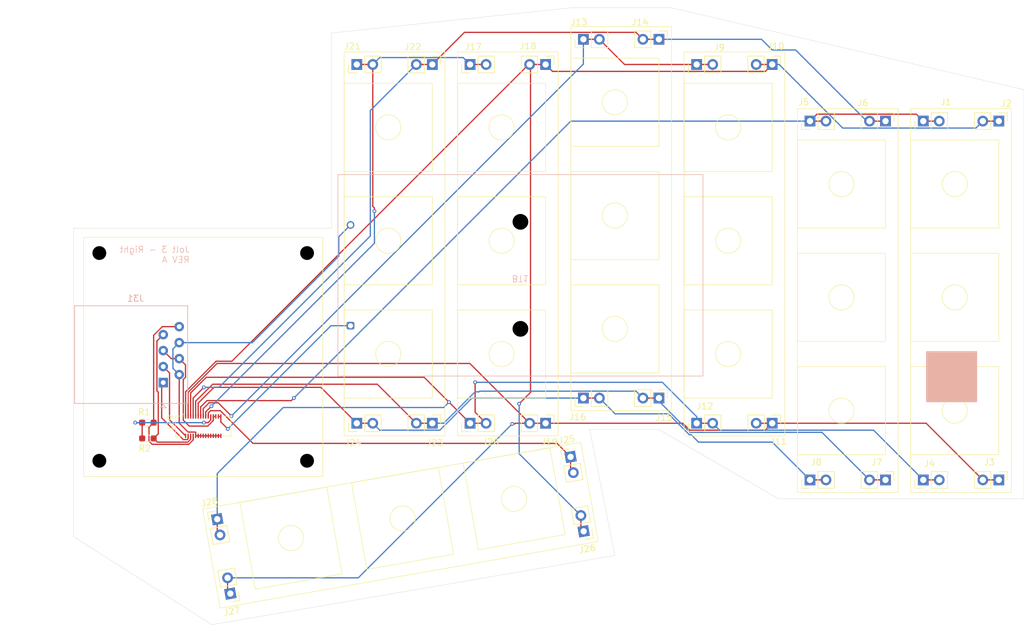
<source format=kicad_pcb>
(kicad_pcb (version 20240108) (generator "pcbnew") (generator_version "8.0")
  (layers (0 "F.Cu" signal) (31 "B.Cu" signal) (34 "B.Paste" user) (35 "F.Paste" user) (36 "B.SilkS" user "B.Silkscreen") (37 "F.SilkS" user "F.Silkscreen") (38 "B.Mask" user) (39 "F.Mask" user) (44 "Edge.Cuts" user))
  (net 0 "")
  (net 1 "/COL-A")
  (net 2 "/ROW-A")
  (net 3 "/ROW-B")
  (net 4 "/ROW-C")
  (net 5 "/ROW-D")
  (net 6 "/ROW-E")
  (net 7 "/ROW-F")
  (net 8 "/COL-B")
  (net 9 "/COL-C")
  (net 10 "/COL-D")
  (net 11 "VBUS")
  (net 12 "/SER-TX")
  (net 13 "Net-(BT1-+)")
  (net 14 "GND")
  (net 15 "/SCL")
  (net 16 "/SDA")
  (net 17 "/SER-RX")
  (net 18 "+3.3V")
  (footprint "Resistor_SMD:R_0603_1608Metric_Pad0.98x0.95mm_HandSolder" (layer "F.Cu") (at 25.8125 135.41)
    (property "Reference" "R2" (at -0.4875 1.6 0) (layer "F.SilkS"))
    (property "Value" "4.7k")
    (pad "1" smd roundrect (at -0.9125 0) (size 0.975 0.95) (layers "F.Cu" "F.Paste" "F.Mask") (net 18 "+3.3V"))
    (pad "2" smd roundrect (at 0.9125 0) (size 0.975 0.95) (layers "F.Cu" "F.Paste" "F.Mask") (net 15 "/SCL"))
  )
  (footprint "Connector_PinHeader_2.54mm:PinHeader_1x02_P2.54mm_Vertical" (layer "F.Cu") (at 95 72 90)
    (property "Reference" "J13" (at 2.7 -0.7 180) (layer "F.SilkS"))
    (property "Value" "Conn_01x02_Pin")
    (pad "1" thru_hole rect (at 0 0 90) (size 1.7 1.7) (drill 1) (layers "*.Cu" "*.Mask") (net 8 "/COL-B"))
    (pad "2" thru_hole oval (at 0 2.54 90) (size 1.7 1.7) (drill 1) (layers "*.Cu" "*.Mask") (net 8 "/COL-B"))
  )
  (footprint "Connector_PinHeader_2.54mm:PinHeader_1x02_P2.54mm_Vertical" (layer "F.Cu") (at 77 133 90)
    (property "Reference" "J20" (at -3 3.3 180) (layer "F.SilkS"))
    (property "Value" "Conn_01x02_Pin")
    (pad "1" thru_hole rect (at 0 0 90) (size 1.7 1.7) (drill 1) (layers "*.Cu" "*.Mask") (net 4 "/ROW-C"))
    (pad "2" thru_hole oval (at 0 2.54 90) (size 1.7 1.7) (drill 1) (layers "*.Cu" "*.Mask") (net 4 "/ROW-C"))
  )
  (footprint "Resistor_SMD:R_0603_1608Metric_Pad0.98x0.95mm_HandSolder" (layer "F.Cu") (at 25.8125 132.9)
    (property "Reference" "R1" (at -0.5875 -1.69 0) (layer "F.SilkS"))
    (property "Value" "4.7k")
    (pad "1" smd roundrect (at -0.9125 0) (size 0.975 0.95) (layers "F.Cu" "F.Paste" "F.Mask") (net 18 "+3.3V"))
    (pad "2" smd roundrect (at 0.9125 0) (size 0.975 0.95) (layers "F.Cu" "F.Paste" "F.Mask") (net 16 "/SDA"))
  )
  (footprint "Connector_PinHeader_2.54mm:PinHeader_1x02_P2.54mm_Vertical" (layer "F.Cu") (at 125 76 -90)
    (property "Reference" "J10" (at -2.9 -0.6 180) (layer "F.SilkS"))
    (property "Value" "Conn_01x02_Pin")
    (pad "1" thru_hole rect (at 0 0 270) (size 1.7 1.7) (drill 1) (layers "*.Cu" "*.Mask") (net 2 "/ROW-A"))
    (pad "2" thru_hole oval (at 0 2.54 270) (size 1.7 1.7) (drill 1) (layers "*.Cu" "*.Mask") (net 2 "/ROW-A"))
  )
  (footprint "Connector_PinHeader_2.54mm:PinHeader_1x02_P2.54mm_Vertical" (layer "F.Cu") (at 92.961334 138.342742 10)
    (property "Reference" "J25" (at -0.135557 -2.779198 10) (layer "F.SilkS"))
    (property "Value" "Conn_01x02_Pin")
    (pad "1" thru_hole rect (at 0 0 10) (size 1.7 1.7) (drill 1) (layers "*.Cu" "*.Mask") (net 10 "/COL-D"))
    (pad "2" thru_hole oval (at 0.000001 2.54 10) (size 1.7 1.7) (drill 1) (layers "*.Cu" "*.Mask") (net 10 "/COL-D"))
  )
  (footprint "Connector_PinHeader_2.54mm:PinHeader_1x02_P2.54mm_Vertical" (layer "F.Cu") (at 131 85 90)
    (property "Reference" "J5" (at 3 -1 180) (layer "F.SilkS"))
    (property "Value" "Conn_01x02_Pin")
    (pad "1" thru_hole rect (at 0 0 90) (size 1.7 1.7) (drill 1) (layers "*.Cu" "*.Mask") (net 1 "/COL-A"))
    (pad "2" thru_hole oval (at 0 2.54 90) (size 1.7 1.7) (drill 1) (layers "*.Cu" "*.Mask") (net 1 "/COL-A"))
  )
  (footprint "Connector_PinHeader_2.54mm:PinHeader_1x02_P2.54mm_Vertical" (layer "F.Cu") (at 149 85 90)
    (property "Reference" "J1" (at 3 3.6 180) (layer "F.SilkS"))
    (property "Value" "Conn_01x02_Pin")
    (pad "1" thru_hole rect (at 0 0 90) (size 1.7 1.7) (drill 1) (layers "*.Cu" "*.Mask") (net 1 "/COL-A"))
    (pad "2" thru_hole oval (at 0 2.54 90) (size 1.7 1.7) (drill 1) (layers "*.Cu" "*.Mask") (net 1 "/COL-A"))
  )
  (footprint "Connector_PinHeader_2.54mm:PinHeader_1x02_P2.54mm_Vertical" (layer "F.Cu") (at 113 133 90)
    (property "Reference" "J12" (at 2.7 1.3 180) (layer "F.SilkS"))
    (property "Value" "Conn_01x02_Pin")
    (pad "1" thru_hole rect (at 0 0 90) (size 1.7 1.7) (drill 1) (layers "*.Cu" "*.Mask") (net 4 "/ROW-C"))
    (pad "2" thru_hole oval (at 0 2.54 90) (size 1.7 1.7) (drill 1) (layers "*.Cu" "*.Mask") (net 4 "/ROW-C"))
  )
  (footprint "Connector_PinHeader_2.54mm:PinHeader_1x02_P2.54mm_Vertical" (layer "F.Cu") (at 161 85 -90)
    (property "Reference" "J2" (at -2.8 -1.2 180) (layer "F.SilkS"))
    (property "Value" "Conn_01x02_Pin")
    (pad "1" thru_hole rect (at 0 0 270) (size 1.7 1.7) (drill 1) (layers "*.Cu" "*.Mask") (net 2 "/ROW-A"))
    (pad "2" thru_hole oval (at 0 2.54 270) (size 1.7 1.7) (drill 1) (layers "*.Cu" "*.Mask") (net 2 "/ROW-A"))
  )
  (footprint "Connector_PinHeader_2.54mm:PinHeader_1x02_P2.54mm_Vertical" (layer "F.Cu") (at 113 76 90)
    (property "Reference" "J9" (at 2.7 3.6 180) (layer "F.SilkS"))
    (property "Value" "Conn_01x02_Pin")
    (pad "1" thru_hole rect (at 0 0 90) (size 1.7 1.7) (drill 1) (layers "*.Cu" "*.Mask") (net 8 "/COL-B"))
    (pad "2" thru_hole oval (at 0 2.54 90) (size 1.7 1.7) (drill 1) (layers "*.Cu" "*.Mask") (net 8 "/COL-B"))
  )
  (footprint "Connector_PinHeader_2.54mm:PinHeader_1x02_P2.54mm_Vertical" (layer "F.Cu") (at 59 76 90)
    (property "Reference" "J21" (at 2.9 -0.7 180) (layer "F.SilkS"))
    (property "Value" "Conn_01x02_Pin")
    (pad "1" thru_hole rect (at 0 0 90) (size 1.7 1.7) (drill 1) (layers "*.Cu" "*.Mask") (net 9 "/COL-C"))
    (pad "2" thru_hole oval (at 0 2.54 90) (size 1.7 1.7) (drill 1) (layers "*.Cu" "*.Mask") (net 9 "/COL-C"))
  )
  (footprint "Connector_PinHeader_2.54mm:PinHeader_1x02_P2.54mm_Vertical" (layer "F.Cu") (at 89 76 -90)
    (property "Reference" "J18" (at -2.9 2.8 180) (layer "F.SilkS"))
    (property "Value" "Conn_01x02_Pin")
    (pad "1" thru_hole rect (at 0 0 270) (size 1.7 1.7) (drill 1) (layers "*.Cu" "*.Mask") (net 2 "/ROW-A"))
    (pad "2" thru_hole oval (at 0 2.54 270) (size 1.7 1.7) (drill 1) (layers "*.Cu" "*.Mask") (net 2 "/ROW-A"))
  )
  (footprint "Connector_PinHeader_2.54mm:PinHeader_1x02_P2.54mm_Vertical" (layer "F.Cu") (at 107 129 -90)
    (property "Reference" "J15" (at 3.1 -0.8 180) (layer "F.SilkS"))
    (property "Value" "Conn_01x02_Pin")
    (pad "1" thru_hole rect (at 0 0 270) (size 1.7 1.7) (drill 1) (layers "*.Cu" "*.Mask") (net 6 "/ROW-E"))
    (pad "2" thru_hole oval (at 0 2.54 270) (size 1.7 1.7) (drill 1) (layers "*.Cu" "*.Mask") (net 6 "/ROW-E"))
  )
  (footprint "Connector_PinHeader_2.54mm:PinHeader_1x02_P2.54mm_Vertical" (layer "F.Cu") (at 38.91107 160.05838 -170)
    (property "Reference" "J27" (at 0.249661 -2.805717 10) (layer "F.SilkS"))
    (property "Value" "Conn_01x02_Pin")
    (pad "1" thru_hole rect (at 0 0 190) (size 1.7 1.7) (drill 1) (layers "*.Cu" "*.Mask") (net 3 "/ROW-B"))
    (pad "2" thru_hole oval (at 0.000001 2.54 190) (size 1.7 1.7) (drill 1) (layers "*.Cu" "*.Mask") (net 3 "/ROW-B"))
  )
  (footprint "Connector_PinHeader_2.54mm:PinHeader_1x02_P2.54mm_Vertical" (layer "F.Cu") (at 95.045112 150.160435 -170)
    (property "Reference" "J26" (at -0.091546 -2.84918 10) (layer "F.SilkS"))
    (property "Value" "Conn_01x02_Pin")
    (pad "1" thru_hole rect (at 0 0 190) (size 1.7 1.7) (drill 1) (layers "*.Cu" "*.Mask") (net 2 "/ROW-A"))
    (pad "2" thru_hole oval (at 0.000001 2.54 190) (size 1.7 1.7) (drill 1) (layers "*.Cu" "*.Mask") (net 2 "/ROW-A"))
  )
  (footprint "Connector_PinHeader_2.54mm:PinHeader_1x02_P2.54mm_Vertical" (layer "F.Cu") (at 77 76 90)
    (property "Reference" "J17" (at 2.8 0.5 180) (layer "F.SilkS"))
    (property "Value" "Conn_01x02_Pin")
    (pad "1" thru_hole rect (at 0 0 90) (size 1.7 1.7) (drill 1) (layers "*.Cu" "*.Mask") (net 9 "/COL-C"))
    (pad "2" thru_hole oval (at 0 2.54 90) (size 1.7 1.7) (drill 1) (layers "*.Cu" "*.Mask") (net 9 "/COL-C"))
  )
  (footprint "Connector_PinHeader_2.54mm:PinHeader_1x02_P2.54mm_Vertical" (layer "F.Cu") (at 143 142 -90)
    (property "Reference" "J7" (at -2.8 1.4 180) (layer "F.SilkS"))
    (property "Value" "Conn_01x02_Pin")
    (pad "1" thru_hole rect (at 0 0 270) (size 1.7 1.7) (drill 1) (layers "*.Cu" "*.Mask") (net 6 "/ROW-E"))
    (pad "2" thru_hole oval (at 0 2.54 270) (size 1.7 1.7) (drill 1) (layers "*.Cu" "*.Mask") (net 6 "/ROW-E"))
  )
  (footprint "Connector_PinHeader_2.54mm:PinHeader_1x02_P2.54mm_Vertical" (layer "F.Cu") (at 71 76 -90)
    (property "Reference" "J22" (at -2.8 3.1 180) (layer "F.SilkS"))
    (property "Value" "Conn_01x02_Pin")
    (pad "1" thru_hole rect (at 0 0 270) (size 1.7 1.7) (drill 1) (layers "*.Cu" "*.Mask") (net 5 "/ROW-D"))
    (pad "2" thru_hole oval (at 0 2.54 270) (size 1.7 1.7) (drill 1) (layers "*.Cu" "*.Mask") (net 5 "/ROW-D"))
  )
  (footprint "Connector_PinHeader_2.54mm:PinHeader_1x02_P2.54mm_Vertical" (layer "F.Cu") (at 125 133 -90)
    (property "Reference" "J11" (at 2.9 -1 180) (layer "F.SilkS"))
    (property "Value" "Conn_01x02_Pin")
    (pad "1" thru_hole rect (at 0 0 270) (size 1.7 1.7) (drill 1) (layers "*.Cu" "*.Mask") (net 3 "/ROW-B"))
    (pad "2" thru_hole oval (at 0 2.54 270) (size 1.7 1.7) (drill 1) (layers "*.Cu" "*.Mask") (net 3 "/ROW-B"))
  )
  (footprint "Connector_PinHeader_2.54mm:PinHeader_1x02_P2.54mm_Vertical" (layer "F.Cu") (at 143 85 -90)
    (property "Reference" "J6" (at -2.9 3.6 180) (layer "F.SilkS"))
    (property "Value" "Conn_01x02_Pin")
    (pad "1" thru_hole rect (at 0 0 270) (size 1.7 1.7) (drill 1) (layers "*.Cu" "*.Mask") (net 5 "/ROW-D"))
    (pad "2" thru_hole oval (at 0 2.54 270) (size 1.7 1.7) (drill 1) (layers "*.Cu" "*.Mask") (net 5 "/ROW-D"))
  )
  (footprint "Connector_PinHeader_2.54mm:PinHeader_1x02_P2.54mm_Vertical" (layer "F.Cu") (at 59 133 90)
    (property "Reference" "J24" (at -3.1 -0.6 180) (layer "F.SilkS"))
    (property "Value" "Conn_01x02_Pin")
    (pad "1" thru_hole rect (at 0 0 90) (size 1.7 1.7) (drill 1) (layers "*.Cu" "*.Mask") (net 7 "/ROW-F"))
    (pad "2" thru_hole oval (at 0 2.54 90) (size 1.7 1.7) (drill 1) (layers "*.Cu" "*.Mask") (net 7 "/ROW-F"))
  )
  (footprint "Connector_PinHeader_2.54mm:PinHeader_1x02_P2.54mm_Vertical" (layer "F.Cu") (at 161 142 -90)
    (property "Reference" "J3" (at -2.8 1.5 180) (layer "F.SilkS"))
    (property "Value" "Conn_01x02_Pin")
    (pad "1" thru_hole rect (at 0 0 270) (size 1.7 1.7) (drill 1) (layers "*.Cu" "*.Mask") (net 3 "/ROW-B"))
    (pad "2" thru_hole oval (at 0 2.54 270) (size 1.7 1.7) (drill 1) (layers "*.Cu" "*.Mask") (net 3 "/ROW-B"))
  )
  (footprint "davidb-keyboard-foot:df40c-2_0-30P-0_4v" (layer "F.Cu") (at 34.6 133.46 90)
    (property "Reference" "J29" (at 0.5 -5.2 90) (layer "F.SilkS") (effects (font (thickness 0.1))))
    (property "Value" "~")
    (pad "" np_thru_hole circle (at -5.5 -16.5 90) (size 2.2 2.2) (drill 2.2) (layers "F.Paste" "F.Mask"))
    (pad "" np_thru_hole circle (at -5.5 16.5 90) (size 2.2 2.2) (drill 2.2) (layers "F.Paste" "F.Mask"))
    (pad "" np_thru_hole circle (at 27.5 -16.5 90) (size 2.2 2.2) (drill 2.2) (layers "F.Paste" "F.Mask"))
    (pad "" np_thru_hole circle (at 27.5 16.5 90) (size 2.2 2.2) (drill 2.2) (layers "F.Paste" "F.Mask"))
    (pad "1" smd rect (at 1.54 -2.8 90) (size 0.7 0.2) (layers "F.Cu" "F.Paste" "F.Mask") (net 2 "/ROW-A"))
    (pad "2" smd rect (at -1.54 -2.8 90) (size 0.7 0.2) (layers "F.Cu" "F.Paste" "F.Mask") (net 17 "/SER-RX"))
    (pad "3" smd rect (at 1.54 -2.4 90) (size 0.7 0.2) (layers "F.Cu" "F.Paste" "F.Mask") (net 3 "/ROW-B"))
    (pad "4" smd rect (at -1.54 -2.4 90) (size 0.7 0.2) (layers "F.Cu" "F.Paste" "F.Mask") (net 12 "/SER-TX"))
    (pad "5" smd rect (at 1.54 -2 90) (size 0.7 0.2) (layers "F.Cu" "F.Paste" "F.Mask") (net 4 "/ROW-C"))
    (pad "6" smd rect (at -1.54 -2 90) (size 0.7 0.2) (layers "F.Cu" "F.Paste" "F.Mask") (net 15 "/SCL"))
    (pad "7" smd rect (at 1.54 -1.6 90) (size 0.7 0.2) (layers "F.Cu" "F.Paste" "F.Mask") (net 5 "/ROW-D"))
    (pad "8" smd rect (at -1.54 -1.6 90) (size 0.7 0.2) (layers "F.Cu" "F.Paste" "F.Mask") (net 16 "/SDA"))
    (pad "9" smd rect (at 1.54 -1.2 90) (size 0.7 0.2) (layers "F.Cu" "F.Paste" "F.Mask") (net 6 "/ROW-E"))
    (pad "10" smd rect (at -1.54 -1.2 90) (size 0.7 0.2) (layers "F.Cu" "F.Paste" "F.Mask") (net 14 "GND"))
    (pad "11" smd rect (at 1.54 -0.8 90) (size 0.7 0.2) (layers "F.Cu" "F.Paste" "F.Mask") (net 7 "/ROW-F"))
    (pad "12" smd rect (at -1.54 -0.8 90) (size 0.7 0.2) (layers "F.Cu" "F.Paste" "F.Mask") (net 14 "GND"))
    (pad "13" smd rect (at 1.54 -0.4 90) (size 0.7 0.2) (layers "F.Cu" "F.Paste" "F.Mask") (net 1 "/COL-A"))
    (pad "14" smd rect (at -1.54 -0.4 90) (size 0.7 0.2) (layers "F.Cu" "F.Paste" "F.Mask") (net 14 "GND"))
    (pad "15" smd rect (at 1.54 0 90) (size 0.7 0.2) (layers "F.Cu" "F.Paste" "F.Mask") (net 8 "/COL-B"))
    (pad "16" smd rect (at -1.54 0 90) (size 0.7 0.2) (layers "F.Cu" "F.Paste" "F.Mask") (net 14 "GND"))
    (pad "17" smd rect (at 1.54 0.4 90) (size 0.7 0.2) (layers "F.Cu" "F.Paste" "F.Mask") (net 9 "/COL-C"))
    (pad "18" smd rect (at -1.54 0.4 90) (size 0.7 0.2) (layers "F.Cu" "F.Paste" "F.Mask") (net 14 "GND"))
    (pad "19" smd rect (at 1.54 0.8 90) (size 0.7 0.2) (layers "F.Cu" "F.Paste" "F.Mask") (net 10 "/COL-D"))
    (pad "20" smd rect (at -1.54 0.8 90) (size 0.7 0.2) (layers "F.Cu" "F.Paste" "F.Mask") (net 14 "GND"))
    (pad "21" smd rect (at 1.54 1.2 90) (size 0.7 0.2) (layers "F.Cu" "F.Paste" "F.Mask") (net 18 "+3.3V"))
    (pad "22" smd rect (at -1.54 1.2 90) (size 0.7 0.2) (layers "F.Cu" "F.Paste" "F.Mask") (net 14 "GND"))
    (pad "23" smd rect (at 1.54 1.6 90) (size 0.7 0.2) (layers "F.Cu" "F.Paste" "F.Mask") (net 11 "VBUS"))
    (pad "24" smd rect (at -1.54 1.6 90) (size 0.7 0.2) (layers "F.Cu" "F.Paste" "F.Mask") (net 14 "GND"))
    (pad "25" smd rect (at 1.54 2 90) (size 0.7 0.2) (layers "F.Cu" "F.Paste" "F.Mask") (net 11 "VBUS"))
    (pad "26" smd rect (at -1.54 2 90) (size 0.7 0.2) (layers "F.Cu" "F.Paste" "F.Mask") (net 14 "GND"))
    (pad "27" smd rect (at 1.54 2.4 90) (size 0.7 0.2) (layers "F.Cu" "F.Paste" "F.Mask") (net 13 "Net-(BT1-+)"))
    (pad "28" smd rect (at -1.54 2.4 90) (size 0.7 0.2) (layers "F.Cu" "F.Paste" "F.Mask") (net 14 "GND"))
    (pad "29" smd rect (at 1.54 2.8 90) (size 0.7 0.2) (layers "F.Cu" "F.Paste" "F.Mask") (net 13 "Net-(BT1-+)"))
    (pad "30" smd rect (at -1.54 2.8 90) (size 0.7 0.2) (layers "F.Cu" "F.Paste" "F.Mask") (net 14 "GND"))
  )
  (footprint "Connector_PinHeader_2.54mm:PinHeader_1x02_P2.54mm_Vertical" (layer "F.Cu") (at 89 133 -90)
    (property "Reference" "J19" (at 3 -0.6 180) (layer "F.SilkS"))
    (property "Value" "Conn_01x02_Pin")
    (pad "1" thru_hole rect (at 0 0 270) (size 1.7 1.7) (drill 1) (layers "*.Cu" "*.Mask") (net 3 "/ROW-B"))
    (pad "2" thru_hole oval (at 0 2.54 270) (size 1.7 1.7) (drill 1) (layers "*.Cu" "*.Mask") (net 3 "/ROW-B"))
  )
  (footprint "Connector_PinHeader_2.54mm:PinHeader_1x02_P2.54mm_Vertical" (layer "F.Cu") (at 95 129 90)
    (property "Reference" "J16" (at -3 -0.9 180) (layer "F.SilkS"))
    (property "Value" "Conn_01x02_Pin")
    (pad "1" thru_hole rect (at 0 0 90) (size 1.7 1.7) (drill 1) (layers "*.Cu" "*.Mask") (net 7 "/ROW-F"))
    (pad "2" thru_hole oval (at 0 2.54 90) (size 1.7 1.7) (drill 1) (layers "*.Cu" "*.Mask") (net 7 "/ROW-F"))
  )
  (footprint "Connector_PinHeader_2.54mm:PinHeader_1x02_P2.54mm_Vertical" (layer "F.Cu") (at 149 142 90)
    (property "Reference" "J4" (at 2.6 1 180) (layer "F.SilkS"))
    (property "Value" "Conn_01x02_Pin")
    (pad "1" thru_hole rect (at 0 0 90) (size 1.7 1.7) (drill 1) (layers "*.Cu" "*.Mask") (net 4 "/ROW-C"))
    (pad "2" thru_hole oval (at 0 2.54 90) (size 1.7 1.7) (drill 1) (layers "*.Cu" "*.Mask") (net 4 "/ROW-C"))
  )
  (footprint "Connector_PinHeader_2.54mm:PinHeader_1x02_P2.54mm_Vertical" (layer "F.Cu") (at 71 133 -90)
    (property "Reference" "J23" (at 3.1 -0.4 180) (layer "F.SilkS"))
    (property "Value" "Conn_01x02_Pin")
    (pad "1" thru_hole rect (at 0 0 270) (size 1.7 1.7) (drill 1) (layers "*.Cu" "*.Mask") (net 6 "/ROW-E"))
    (pad "2" thru_hole oval (at 0 2.54 270) (size 1.7 1.7) (drill 1) (layers "*.Cu" "*.Mask") (net 6 "/ROW-E"))
  )
  (footprint "Connector_PinHeader_2.54mm:PinHeader_1x02_P2.54mm_Vertical" (layer "F.Cu") (at 131 142 90)
    (property "Reference" "J8" (at 2.8 1 180) (layer "F.SilkS"))
    (property "Value" "Conn_01x02_Pin")
    (pad "1" thru_hole rect (at 0 0 90) (size 1.7 1.7) (drill 1) (layers "*.Cu" "*.Mask") (net 7 "/ROW-F"))
    (pad "2" thru_hole oval (at 0 2.54 90) (size 1.7 1.7) (drill 1) (layers "*.Cu" "*.Mask") (net 7 "/ROW-F"))
  )
  (footprint "Connector_PinHeader_2.54mm:PinHeader_1x02_P2.54mm_Vertical" (layer "F.Cu") (at 36.827292 148.240687 10)
    (property "Reference" "J28" (at -0.728003 -2.879904 10) (layer "F.SilkS"))
    (property "Value" "Conn_01x02_Pin")
    (pad "1" thru_hole rect (at 0 0 10) (size 1.7 1.7) (drill 1) (layers "*.Cu" "*.Mask") (net 4 "/ROW-C"))
    (pad "2" thru_hole oval (at 0.000001 2.54 10) (size 1.7 1.7) (drill 1) (layers "*.Cu" "*.Mask") (net 4 "/ROW-C"))
  )
  (footprint "Connector_PinHeader_2.54mm:PinHeader_1x02_P2.54mm_Vertical" (layer "F.Cu") (at 107 72 -90)
    (property "Reference" "J14" (at -2.7 3 180) (layer "F.SilkS"))
    (property "Value" "Conn_01x02_Pin")
    (pad "1" thru_hole rect (at 0 0 270) (size 1.7 1.7) (drill 1) (layers "*.Cu" "*.Mask") (net 5 "/ROW-D"))
    (pad "2" thru_hole oval (at 0 2.54 270) (size 1.7 1.7) (drill 1) (layers "*.Cu" "*.Mask") (net 5 "/ROW-D"))
  )
  (footprint "Connector_RJ:RJ45_Amphenol_54602-x08_Horizontal" (layer "B.Cu") (at 28.25 126.54 90)
    (property "Reference" "J31" (at 13.36 -4.4 0) (layer "B.SilkS") (effects (justify mirror)))
    (property "Value" "RJ45")
    (pad "" np_thru_hole circle (at -1.27 -6.35 90) (size 3.2 3.2) (drill 3.2) (layers "*.Cu" "*.Mask"))
    (pad "" np_thru_hole circle (at 10.16 -6.35 90) (size 3.2 3.2) (drill 3.2) (layers "*.Cu" "*.Mask"))
    (pad "1" thru_hole rect (at 0 0 90) (size 1.5 1.5) (drill 0.76) (layers "*.Cu" "*.Mask") (net 12 "/SER-TX"))
    (pad "2" thru_hole circle (at 1.27 2.54 90) (size 1.5 1.5) (drill 0.76) (layers "*.Cu" "*.Mask") (net 14 "GND"))
    (pad "3" thru_hole circle (at 2.54 0 90) (size 1.5 1.5) (drill 0.76) (layers "*.Cu" "*.Mask") (net 17 "/SER-RX"))
    (pad "4" thru_hole circle (at 3.81 2.54 90) (size 1.5 1.5) (drill 0.76) (layers "*.Cu" "*.Mask") (net 11 "VBUS"))
    (pad "5" thru_hole circle (at 5.08 0 90) (size 1.5 1.5) (drill 0.76) (layers "*.Cu" "*.Mask") (net 11 "VBUS"))
    (pad "6" thru_hole circle (at 6.35 2.54 90) (size 1.5 1.5) (drill 0.76) (layers "*.Cu" "*.Mask") (net 14 "GND"))
    (pad "7" thru_hole circle (at 7.62 0 90) (size 1.5 1.5) (drill 0.76) (layers "*.Cu" "*.Mask") (net 15 "/SCL"))
    (pad "8" thru_hole circle (at 8.89 2.54 90) (size 1.5 1.5) (drill 0.76) (layers "*.Cu" "*.Mask") (net 16 "/SDA"))
  )
  (footprint "davidb-keyboard-foot:BAT-2xAA-SHELL-CASE-BOX" (layer "B.Cu") (at 56 93.5)
    (property "Reference" "BT1" (at 29 16.5 180) (layer "B.SilkS") (effects (font (thickness 0.1)) (justify mirror)))
    (property "Value" "Battery")
    (pad "" np_thru_hole circle (at 29 7.5) (size 3 3) (drill 2.5) (layers "*.Mask") (clearance 0.1))
    (pad "" np_thru_hole circle (at 29 24.5) (size 3 3) (drill 2.5) (layers "*.Mask") (clearance 0.1))
    (pad "1" thru_hole roundrect (at 2 24) (size 1.2 1.2) (drill 0.8) (layers "*.Cu" "*.Mask") (roundrect_rratio 0.2083333333) (net 13 "Net-(BT1-+)") (clearance 0.1))
    (pad "2" thru_hole circle (at 2 8) (size 1.2 1.2) (drill 0.8) (layers "*.Cu" "*.Mask") (net 14 "GND") (clearance 0.1))
  )
  (gr_rect (start 149.5 121.6) (end 157.5 129.6) (stroke (width 0.1)) (fill solid) (layer "B.SilkS"))
  (gr_circle (center 64 86) (end 66 86) (stroke (width 0.1)) (fill none) (layer "F.SilkS"))
  (gr_rect (start 93 111) (end 107 125) (stroke (width 0.1)) (fill none) (layer "F.SilkS"))
  (gr_rect (start 75 115) (end 89 129) (stroke (width 0.1)) (fill none) (layer "F.SilkS"))
  (gr_circle (center 100 82) (end 102 82) (stroke (width 0.1)) (fill none) (layer "F.SilkS"))
  (gr_rect (start 147 88) (end 161 102) (stroke (width 0.1)) (fill none) (layer "F.SilkS"))
  (gr_rect (start 129 106) (end 143 120) (stroke (width 0.1)) (fill none) (layer "F.SilkS"))
  (gr_rect (start 57 97) (end 71 111) (stroke (width 0.1)) (fill none) (layer "F.SilkS"))
  (gr_rect (start 111 115) (end 125 129) (stroke (width 0.1)) (fill none) (layer "F.SilkS"))
  (gr_circle (center 154 95) (end 156 95) (stroke (width 0.1)) (fill none) (layer "F.SilkS"))
  (gr_poly (pts (xy 34.51038 146.618369) (xy 94.583653 136.025829) (xy 97.362024 151.782753) (xy 37.288751 162.375293)) (stroke (width 0.1)) (fill none) (layer "F.SilkS"))
  (gr_circle (center 118 122) (end 120 122) (stroke (width 0.1)) (fill none) (layer "F.SilkS"))
  (gr_rect (start 57 74) (end 73 135) (stroke (width 0.1)) (fill none) (layer "F.SilkS"))
  (gr_rect (start 75 74) (end 91 135) (stroke (width 0.1)) (fill none) (layer "F.SilkS"))
  (gr_rect (start 111 97) (end 125 111) (stroke (width 0.1)) (fill none) (layer "F.SilkS"))
  (gr_rect (start 93 93) (end 107 107) (stroke (width 0.1)) (fill none) (layer "F.SilkS"))
  (gr_circle (center 64 104) (end 66 104) (stroke (width 0.1)) (fill none) (layer "F.SilkS"))
  (gr_rect (start 75 97) (end 89 111) (stroke (width 0.1)) (fill none) (layer "F.SilkS"))
  (gr_rect (start 129 124) (end 143 138) (stroke (width 0.1)) (fill none) (layer "F.SilkS"))
  (gr_circle (center 100 118) (end 102 118) (stroke (width 0.1)) (fill none) (layer "F.SilkS"))
  (gr_rect (start 111 79) (end 125 93) (stroke (width 0.1)) (fill none) (layer "F.SilkS"))
  (gr_circle (center 136 131) (end 138 131) (stroke (width 0.1)) (fill none) (layer "F.SilkS"))
  (gr_poly (pts (xy 71.951577 140.016475) (xy 58.164269 142.447549) (xy 60.595343 156.234858) (xy 74.382652 153.803783)) (stroke (width 0.1)) (fill none) (layer "F.SilkS"))
  (gr_circle (center 82 122) (end 84 122) (stroke (width 0.1)) (fill none) (layer "F.SilkS"))
  (gr_circle (center 48.546921 151.251334) (end 48.894217 153.220949) (stroke (width 0.1)) (fill none) (layer "F.SilkS"))
  (gr_circle (center 64 122) (end 66 122) (stroke (width 0.1)) (fill none) (layer "F.SilkS"))
  (gr_circle (center 84 145) (end 84.347297 146.969615) (stroke (width 0.1)) (fill none) (layer "F.SilkS"))
  (gr_poly (pts (xy 89.678117 136.890808) (xy 75.890808 139.321883) (xy 78.321883 153.109191) (xy 92.109191 150.678117)) (stroke (width 0.1)) (fill none) (layer "F.SilkS"))
  (gr_circle (center 118 86) (end 120 86) (stroke (width 0.1)) (fill none) (layer "F.SilkS"))
  (gr_circle (center 82 86) (end 84 86) (stroke (width 0.1)) (fill none) (layer "F.SilkS"))
  (gr_rect (start 147 83) (end 163 144) (stroke (width 0.1)) (fill none) (layer "F.SilkS"))
  (gr_rect (start 93 75) (end 107 89) (stroke (width 0.1)) (fill none) (layer "F.SilkS"))
  (gr_circle (center 136 95) (end 138 95) (stroke (width 0.1)) (fill none) (layer "F.SilkS"))
  (gr_circle (center 100 100) (end 102 100) (stroke (width 0.1)) (fill none) (layer "F.SilkS"))
  (gr_rect (start 147 124) (end 161 138) (stroke (width 0.1)) (fill none) (layer "F.SilkS"))
  (gr_circle (center 82 104) (end 84 104) (stroke (width 0.1)) (fill none) (layer "F.SilkS"))
  (gr_rect (start 93 70) (end 109 131) (stroke (width 0.1)) (fill none) (layer "F.SilkS"))
  (gr_rect (start 129 83) (end 145 144) (stroke (width 0.1)) (fill none) (layer "F.SilkS"))
  (gr_circle (center 154 131) (end 156 131) (stroke (width 0.1)) (fill none) (layer "F.SilkS"))
  (gr_rect (start 147 106) (end 161 120) (stroke (width 0.1)) (fill none) (layer "F.SilkS"))
  (gr_circle (center 66.273461 148.125667) (end 66.620756 150.095282) (stroke (width 0.1)) (fill none) (layer "F.SilkS"))
  (gr_rect (start 111 74) (end 127 135) (stroke (width 0.1)) (fill none) (layer "F.SilkS"))
  (gr_rect (start 129 88) (end 143 102) (stroke (width 0.1)) (fill none) (layer "F.SilkS"))
  (gr_circle (center 154 113) (end 156 113) (stroke (width 0.1)) (fill none) (layer "F.SilkS"))
  (gr_rect (start 57 115) (end 71 129) (stroke (width 0.1)) (fill none) (layer "F.SilkS"))
  (gr_poly (pts (xy 54.225038 143.142143) (xy 40.437729 145.573217) (xy 42.868804 159.360526) (xy 56.656112 156.929451)) (stroke (width 0.1)) (fill none) (layer "F.SilkS"))
  (gr_rect (start 75 79) (end 89 93) (stroke (width 0.1)) (fill none) (layer "F.SilkS"))
  (gr_rect (start 57 79) (end 71 93) (stroke (width 0.1)) (fill none) (layer "F.SilkS"))
  (gr_circle (center 118 104) (end 120 104) (stroke (width 0.1)) (fill none) (layer "F.SilkS"))
  (gr_circle (center 136 113) (end 138 113) (stroke (width 0.1)) (fill none) (layer "F.SilkS"))
  (gr_poly (pts (xy 14 102) (xy 55 102) (xy 55 71) (xy 93 67) (xy 109 67) (xy 165 80) (xy 165 145) (xy 126 145) (xy 107 134) (xy 96 134) (xy 100 154) (xy 36 165) (xy 14 151)) (stroke (width 0.05)) (fill none) (layer "Edge.Cuts"))
  (gr_text "Jolt 3 - Right\nREV A" (at 32.5 107.6 0) (layer "B.SilkS") (effects (font (size 1 1) (thickness 0.1)) (justify left bottom mirror)))
  (segment (start 48.6 129.4) (end 49 129) (width 0.2) (layer "F.Cu") (net 1))
  (segment (start 35.2 129.4) (end 48.6 129.4) (width 0.2) (layer "F.Cu") (net 1))
  (segment (start 131 85) (end 133.54 85) (width 0.2) (layer "F.Cu") (net 1))
  (segment (start 34.2 130.4) (end 35.2 129.4) (width 0.2) (layer "F.Cu") (net 1))
  (segment (start 149 85) (end 151.54 85) (width 0.2) (layer "F.Cu") (net 1))
  (segment (start 131 85) (end 132.1 83.9) (width 0.2) (layer "F.Cu") (net 1))
  (segment (start 34.2 131.92) (end 34.2 130.4) (width 0.2) (layer "F.Cu") (net 1))
  (segment (start 132.1 83.9) (end 147.9 83.9) (width 0.2) (layer "F.Cu") (net 1))
  (segment (start 147.9 83.9) (end 149 85) (width 0.2) (layer "F.Cu") (net 1))
  (via (at 49 129) (size 0.6) (drill 0.3) (layers "F.Cu" "B.Cu") (net 1))
  (segment (start 131 85) (end 93 85) (width 0.2) (layer "B.Cu") (net 1))
  (segment (start 93 85) (end 49 129) (width 0.2) (layer "B.Cu") (net 1))
  (segment (start 122.46 76) (end 125 76) (width 0.2) (layer "F.Cu") (net 2))
  (segment (start 31.8 131.92) (end 31.8 127.999999) (width 0.2) (layer "F.Cu") (net 2))
  (segment (start 94.604045 149.719368) (end 95.045112 150.160435) (width 0.2) (layer "F.Cu") (net 2))
  (segment (start 94.604045 147.659023) (end 94.604045 149.719368) (width 0.2) (layer "F.Cu") (net 2))
  (segment (start 86.3 76) (end 86.46 76) (width 0.2) (layer "F.Cu") (net 2))
  (segment (start 39.15 123.15) (end 86.3 76) (width 0.2) (layer "F.Cu") (net 2))
  (segment (start 125 76) (end 123.9 77.1) (width 0.2) (layer "F.Cu") (net 2))
  (segment (start 158.46 85) (end 161 85) (width 0.2) (layer "F.Cu") (net 2))
  (segment (start 123.9 77.1) (end 90.1 77.1) (width 0.2) (layer "F.Cu") (net 2))
  (segment (start 86.46 76) (end 89 76) (width 0.2) (layer "F.Cu") (net 2))
  (segment (start 86.6 128.1) (end 86.6 76.14) (width 0.2) (layer "F.Cu") (net 2))
  (segment (start 84.8 129.9) (end 86.6 128.1) (width 0.2) (layer "F.Cu") (net 2))
  (segment (start 90.1 77.1) (end 89 76) (width 0.2) (layer "F.Cu") (net 2))
  (segment (start 36.649999 123.15) (end 39.15 123.15) (width 0.2) (layer "F.Cu") (net 2))
  (segment (start 86.6 76.14) (end 86.46 76) (width 0.2) (layer "F.Cu") (net 2))
  (segment (start 31.8 127.999999) (end 36.649999 123.15) (width 0.2) (layer "F.Cu") (net 2))
  (via (at 84.8 129.9) (size 0.6) (drill 0.3) (layers "F.Cu" "B.Cu") (net 2))
  (segment (start 84.8 137.854978) (end 84.8 129.9) (width 0.2) (layer "B.Cu") (net 2))
  (segment (start 126.1 76) (end 125 76) (width 0.2) (layer "B.Cu") (net 2))
  (segment (start 157.36 86.1) (end 136.2 86.1) (width 0.2) (layer "B.Cu") (net 2))
  (segment (start 158.46 85) (end 157.36 86.1) (width 0.2) (layer "B.Cu") (net 2))
  (segment (start 136.2 86.1) (end 126.1 76) (width 0.2) (layer "B.Cu") (net 2))
  (segment (start 94.604045 147.659023) (end 84.8 137.854978) (width 0.2) (layer "B.Cu") (net 2))
  (segment (start 161 142) (end 158.46 142) (width 0.2) (layer "F.Cu") (net 3))
  (segment (start 149.46 133) (end 125 133) (width 0.2) (layer "F.Cu") (net 3))
  (segment (start 125 133) (end 122.46 133) (width 0.2) (layer "F.Cu") (net 3))
  (segment (start 38.470003 159.617313) (end 38.91107 160.05838) (width 0.2) (layer "F.Cu") (net 3))
  (segment (start 38.470003 157.556968) (end 38.470003 159.617313) (width 0.2) (layer "F.Cu") (net 3))
  (segment (start 89 133) (end 86.46 133) (width 0.2) (layer "F.Cu") (net 3))
  (segment (start 123.9 134.1) (end 111.9 134.1) (width 0.2) (layer "F.Cu") (net 3))
  (segment (start 32.2 128.094974) (end 36.794974 123.5) (width 0.2) (layer "F.Cu") (net 3))
  (segment (start 76.96 123.5) (end 86.46 133) (width 0.2) (layer "F.Cu") (net 3))
  (segment (start 84.2 133) (end 86.46 133) (width 0.2) (layer "F.Cu") (net 3))
  (segment (start 32.2 131.92) (end 32.2 128.094974) (width 0.2) (layer "F.Cu") (net 3))
  (segment (start 111.9 134.1) (end 110.8 133) (width 0.2) (layer "F.Cu") (net 3))
  (segment (start 84.1 133.1) (end 84.2 133) (width 0.2) (layer "F.Cu") (net 3))
  (segment (start 158.46 142) (end 149.46 133) (width 0.2) (layer "F.Cu") (net 3))
  (segment (start 36.794974 123.5) (end 76.96 123.5) (width 0.2) (layer "F.Cu") (net 3))
  (segment (start 110.8 133) (end 89 133) (width 0.2) (layer "F.Cu") (net 3))
  (segment (start 83.7 133.1) (end 84.1 133.1) (width 0.2) (layer "F.Cu") (net 3))
  (segment (start 125 133) (end 123.9 134.1) (width 0.2) (layer "F.Cu") (net 3))
  (via (at 83.7 133.1) (size 0.6) (drill 0.3) (layers "F.Cu" "B.Cu") (net 3))
  (segment (start 59.243032 157.556968) (end 83.7 133.1) (width 0.2) (layer "B.Cu") (net 3))
  (segment (start 38.470003 157.556968) (end 59.243032 157.556968) (width 0.2) (layer "B.Cu") (net 3))
  (segment (start 79.54 133) (end 77 133) (width 0.2) (layer "F.Cu") (net 4))
  (segment (start 36.827292 148.240687) (end 36.827292 150.301032) (width 0.2) (layer "F.Cu") (net 4))
  (segment (start 69.7 125.7) (end 73.65 129.65) (width 0.2) (layer "F.Cu") (net 4))
  (segment (start 32.6 131.92) (end 32.6 128.189948) (width 0.2) (layer "F.Cu") (net 4))
  (segment (start 77.8 126.5) (end 77.8 131.26) (width 0.2) (layer "F.Cu") (net 4))
  (segment (start 73.65 129.65) (end 77 133) (width 0.2) (layer "F.Cu") (net 4))
  (segment (start 77.8 131.26) (end 79.54 133) (width 0.2) (layer "F.Cu") (net 4))
  (segment (start 35.089948 125.7) (end 69.7 125.7) (width 0.2) (layer "F.Cu") (net 4))
  (segment (start 36.827292 150.301032) (end 37.268359 150.742099) (width 0.2) (layer "F.Cu") (net 4))
  (segment (start 151.54 142) (end 149 142) (width 0.2) (layer "F.Cu") (net 4))
  (segment (start 115.54 133) (end 113 133) (width 0.2) (layer "F.Cu") (net 4))
  (segment (start 32.6 128.189948) (end 35.089948 125.7) (width 0.2) (layer "F.Cu") (net 4))
  (via (at 73.65 129.65) (size 0.6) (drill 0.3) (layers "F.Cu" "B.Cu") (net 4))
  (via (at 77.8 126.5) (size 0.6) (drill 0.3) (layers "F.Cu" "B.Cu") (net 4))
  (segment (start 36.827292 140.99489) (end 47.322182 130.5) (width 0.2) (layer "B.Cu") (net 4))
  (segment (start 149 142) (end 141.1 134.1) (width 0.2) (layer "B.Cu") (net 4))
  (segment (start 116.64 134.1) (end 115.54 133) (width 0.2) (layer "B.Cu") (net 4))
  (segment (start 36.827292 148.240687) (end 36.827292 140.99489) (width 0.2) (layer "B.Cu") (net 4))
  (segment (start 141.1 134.1) (end 116.64 134.1) (width 0.2) (layer "B.Cu") (net 4))
  (segment (start 113 131.95) (end 107.55 126.5) (width 0.2) (layer "B.Cu") (net 4))
  (segment (start 113 133) (end 113 131.95) (width 0.2) (layer "B.Cu") (net 4))
  (segment (start 47.322182 130.5) (end 72.8 130.5) (width 0.2) (layer "B.Cu") (net 4))
  (segment (start 107.55 126.5) (end 77.8 126.5) (width 0.2) (layer "B.Cu") (net 4))
  (segment (start 72.8 130.5) (end 73.65 129.65) (width 0.2) (layer "B.Cu") (net 4))
  (segment (start 33 131.92) (end 33 129) (width 0.2) (layer "F.Cu") (net 5))
  (segment (start 104.46 72) (end 107 72) (width 0.2) (layer "F.Cu") (net 5))
  (segment (start 68.46 76) (end 71 76) (width 0.2) (layer "F.Cu") (net 5))
  (segment (start 140.46 85) (end 143 85) (width 0.2) (layer "F.Cu") (net 5))
  (segment (start 76.1 70.9) (end 71 76) (width 0.2) (layer "F.Cu") (net 5))
  (segment (start 103.36 70.9) (end 76.1 70.9) (width 0.2) (layer "F.Cu") (net 5))
  (segment (start 33 129) (end 34.7 127.3) (width 0.2) (layer "F.Cu") (net 5))
  (segment (start 104.46 72) (end 103.36 70.9) (width 0.2) (layer "F.Cu") (net 5))
  (via (at 34.7 127.3) (size 0.6) (drill 0.3) (layers "F.Cu" "B.Cu") (net 5))
  (segment (start 140.024251 85) (end 128.724251 73.7) (width 0.2) (layer "B.Cu") (net 5))
  (segment (start 125 73.7) (end 123.3 72) (width 0.2) (layer "B.Cu") (net 5))
  (segment (start 37.1 127.3) (end 34.7 127.3) (width 0.2) (layer "B.Cu") (net 5))
  (segment (start 140.46 85) (end 140.024251 85) (width 0.2) (layer "B.Cu") (net 5))
  (segment (start 128.724251 73.7) (end 125 73.7) (width 0.2) (layer "B.Cu") (net 5))
  (segment (start 68.46 76) (end 61.15 83.31) (width 0.2) (layer "B.Cu") (net 5))
  (segment (start 61.15 83.31) (end 61.15 103.25) (width 0.2) (layer "B.Cu") (net 5))
  (segment (start 123.3 72) (end 107 72) (width 0.2) (layer "B.Cu") (net 5))
  (segment (start 61.15 103.25) (end 37.1 127.3) (width 0.2) (layer "B.Cu") (net 5))
  (segment (start 33.4 131.92) (end 33.4 129.5) (width 0.2) (layer "F.Cu") (net 6))
  (segment (start 71 133) (end 68.46 133) (width 0.2) (layer "F.Cu") (net 6))
  (segment (start 107 129) (end 104.46 129) (width 0.2) (layer "F.Cu") (net 6))
  (segment (start 36.1 126.8) (end 62.26 126.8) (width 0.2) (layer "F.Cu") (net 6))
  (segment (start 33.4 129.5) (end 36.1 126.8) (width 0.2) (layer "F.Cu") (net 6))
  (segment (start 143 142) (end 140.46 142) (width 0.2) (layer "F.Cu") (net 6))
  (segment (start 62.26 126.8) (end 68.46 133) (width 0.2) (layer "F.Cu") (net 6))
  (segment (start 78.409619 128.00962) (end 77.79038 128.00962) (width 0.2) (layer "B.Cu") (net 6))
  (segment (start 77.79038 128.00962) (end 72.8 133) (width 0.2) (layer "B.Cu") (net 6))
  (segment (start 72.8 133) (end 71 133) (width 0.2) (layer "B.Cu") (net 6))
  (segment (start 132.91 134.45) (end 111.95 134.45) (width 0.2) (layer "B.Cu") (net 6))
  (segment (start 103.36 127.9) (end 78.519239 127.9) (width 0.2) (layer "B.Cu") (net 6))
  (segment (start 140.46 142) (end 132.91 134.45) (width 0.2) (layer "B.Cu") (net 6))
  (segment (start 78.519239 127.9) (end 78.409619 128.00962) (width 0.2) (layer "B.Cu") (net 6))
  (segment (start 111.95 134.45) (end 107 129.5) (width 0.2) (layer "B.Cu") (net 6))
  (segment (start 104.46 129) (end 103.36 127.9) (width 0.2) (layer "B.Cu") (net 6))
  (segment (start 107 129.5) (end 107 129) (width 0.2) (layer "B.Cu") (net 6))
  (segment (start 33.8 129.8) (end 36.3 127.3) (width 0.2) (layer "F.Cu") (net 7))
  (segment (start 53.3 127.3) (end 59 133) (width 0.2) (layer "F.Cu") (net 7))
  (segment (start 61.54 133) (end 59 133) (width 0.2) (layer "F.Cu") (net 7))
  (segment (start 33.8 131.92) (end 33.8 129.8) (width 0.2) (layer "F.Cu") (net 7))
  (segment (start 36.3 127.3) (end 53.3 127.3) (width 0.2) (layer "F.Cu") (net 7))
  (segment (start 97.54 129) (end 95 129) (width 0.2) (layer "F.Cu") (net 7))
  (segment (start 133.54 142) (end 131 142) (width 0.2) (layer "F.Cu") (net 7))
  (segment (start 113.303696 136) (end 112.103696 134.8) (width 0.2) (layer "B.Cu") (net 7))
  (segment (start 112.103696 134.8) (end 111.805026 134.8) (width 0.2) (layer "B.Cu") (net 7))
  (segment (start 111.805026 134.8) (end 108.505026 131.5) (width 0.2) (layer "B.Cu") (net 7))
  (segment (start 77.294974 129) (end 72.194974 134.1) (width 0.2) (layer "B.Cu") (net 7))
  (segment (start 108.505026 131.5) (end 100.04 131.5) (width 0.2) (layer "B.Cu") (net 7))
  (segment (start 62.64 134.1) (end 61.54 133) (width 0.2) (layer "B.Cu") (net 7))
  (segment (start 95 129) (end 77.294974 129) (width 0.2) (layer "B.Cu") (net 7))
  (segment (start 72.194974 134.1) (end 62.64 134.1) (width 0.2) (layer "B.Cu") (net 7))
  (segment (start 125 136) (end 113.303696 136) (width 0.2) (layer "B.Cu") (net 7))
  (segment (start 131 142) (end 125 136) (width 0.2) (layer "B.Cu") (net 7))
  (segment (start 100.04 131.5) (end 97.54 129) (width 0.2) (layer "B.Cu") (net 7))
  (segment (start 113 76) (end 115.54 76) (width 0.2) (layer "F.Cu") (net 8))
  (segment (start 101.54 76) (end 97.54 72) (width 0.2) (layer "F.Cu") (net 8))
  (segment (start 34.6 130.680761) (end 35.530761 129.75) (width 0.2) (layer "F.Cu") (net 8))
  (segment (start 113 76) (end 101.54 76) (width 0.2) (layer "F.Cu") (net 8))
  (segment (start 34.6 131.92) (end 34.6 130.680761) (width 0.2) (layer "F.Cu") (net 8))
  (segment (start 35.530761 129.75) (end 36.977267 129.75) (width 0.2) (layer "F.Cu") (net 8))
  (segment (start 95 72) (end 97.54 72) (width 0.2) (layer "F.Cu") (net 8))
  (segment (start 36.977267 129.75) (end 39.078738 131.851471) (width 0.2) (layer "F.Cu") (net 8))
  (via (at 39.078738 131.851471) (size 0.6) (drill 0.3) (layers "F.Cu" "B.Cu") (net 8))
  (segment (start 95 72) (end 95 75.930209) (width 0.2) (layer "B.Cu") (net 8))
  (segment (start 95 75.930209) (end 39.078738 131.851471) (width 0.2) (layer "B.Cu") (net 8))
  (segment (start 35 131.92) (end 35 131.2) (width 0.2) (layer "F.Cu") (net 9))
  (segment (start 35 131.2) (end 35.9 130.3) (width 0.2) (layer "F.Cu") (net 9))
  (segment (start 77 76) (end 79.54 76) (width 0.2) (layer "F.Cu") (net 9))
  (segment (start 59 76) (end 61.54 76) (width 0.2) (layer "F.Cu") (net 9))
  (segment (start 61.8 98.8) (end 61.54 98.54) (width 0.2) (layer "F.Cu") (net 9))
  (segment (start 61.54 98.54) (end 61.54 76) (width 0.2) (layer "F.Cu") (net 9))
  (segment (start 61.8 99.3) (end 61.8 98.8) (width 0.2) (layer "F.Cu") (net 9))
  (via (at 61.8 99.3) (size 0.6) (drill 0.3) (layers "F.Cu" "B.Cu") (net 9))
  (via (at 35.9 130.3) (size 0.6) (drill 0.3) (layers "F.Cu" "B.Cu") (net 9))
  (segment (start 61.8 104.4) (end 61.8 99.3) (width 0.2) (layer "B.Cu") (net 9))
  (segment (start 75.9 74.9) (end 77 76) (width 0.2) (layer "B.Cu") (net 9))
  (segment (start 61.54 76) (end 62.64 74.9) (width 0.2) (layer "B.Cu") (net 9))
  (segment (start 62.64 74.9) (end 75.9 74.9) (width 0.2) (layer "B.Cu") (net 9))
  (segment (start 35.9 130.3) (end 61.8 104.4) (width 0.2) (layer "B.Cu") (net 9))
  (segment (start 35.4 131.92) (end 35.4 131.37) (width 0.2) (layer "F.Cu") (net 10))
  (segment (start 92.961334 140.403087) (end 93.402401 140.844154) (width 0.2) (layer "F.Cu") (net 10))
  (segment (start 35.77 131) (end 37.308027 131) (width 0.2) (layer "F.Cu") (net 10))
  (segment (start 42.508027 136.2) (end 90.818592 136.2) (width 0.2) (layer "F.Cu") (net 10))
  (segment (start 92.961334 138.342742) (end 92.961334 140.403087) (width 0.2) (layer "F.Cu") (net 10))
  (segment (start 35.4 131.37) (end 35.77 131) (width 0.2) (layer "F.Cu") (net 10))
  (segment (start 37.308027 131) (end 42.508027 136.2) (width 0.2) (layer "F.Cu") (net 10))
  (segment (start 90.818592 136.2) (end 92.961334 138.342742) (width 0.2) (layer "F.Cu") (net 10))
  (segment (start 35.314974 133.45) (end 32.38 133.45) (width 0.2) (layer "F.Cu") (net 11))
  (segment (start 32.38 133.45) (end 31.437107 132.507107) (width 0.2) (layer "F.Cu") (net 11))
  (segment (start 31.437107 132.507107) (end 31.437107 126.037107) (width 0.2) (layer "F.Cu") (net 11))
  (segment (start 36.2 131.92) (end 36.2 132.564974) (width 0.2) (layer "F.Cu") (net 11))
  (segment (start 31.79 123.73) (end 30.79 122.73) (width 0.2) (layer "F.Cu") (net 11))
  (segment (start 29.52 122.73) (end 28.25 121.46) (width 0.2) (layer "F.Cu") (net 11))
  (segment (start 31.437107 126.037107) (end 31.79 125.684214) (width 0.2) (layer "F.Cu") (net 11))
  (segment (start 36.2 132.564974) (end 35.314974 133.45) (width 0.2) (layer "F.Cu") (net 11))
  (segment (start 36.2 131.92) (end 36.6 131.92) (width 0.2) (layer "F.Cu") (net 11))
  (segment (start 30.79 122.73) (end 29.52 122.73) (width 0.2) (layer "F.Cu") (net 11))
  (segment (start 31.79 125.684214) (end 31.79 123.73) (width 0.2) (layer "F.Cu") (net 11))
  (segment (start 32.055026 135.6) (end 31.45 135.6) (width 0.2) (layer "F.Cu") (net 12))
  (segment (start 32.2 135) (end 32.2 135.455026) (width 0.2) (layer "F.Cu") (net 12))
  (segment (start 28 132.15) (end 28 126.54) (width 0.2) (layer "F.Cu") (net 12))
  (segment (start 32.2 135.455026) (end 32.055026 135.6) (width 0.2) (layer "F.Cu") (net 12))
  (segment (start 31.45 135.6) (end 28 132.15) (width 0.2) (layer "F.Cu") (net 12))
  (segment (start 37.4 132.8) (end 38.5 133.9) (width 0.2) (layer "F.Cu") (net 13))
  (segment (start 37 131.92) (end 37.4 131.92) (width 0.2) (layer "F.Cu") (net 13))
  (segment (start 37.4 131.92) (end 37.4 132.8) (width 0.2) (layer "F.Cu") (net 13))
  (via (at 38.5 133.9) (size 0.6) (drill 0.3) (layers "F.Cu" "B.Cu") (net 13))
  (segment (start 54.9 117.5) (end 58 117.5) (width 0.2) (layer "B.Cu") (net 13))
  (segment (start 38.5 133.9) (end 54.9 117.5) (width 0.2) (layer "B.Cu") (net 13))
  (segment (start 32.2 134.4) (end 30.79 132.99) (width 0.2) (layer "F.Cu") (net 14))
  (segment (start 33.4 134.45) (end 33.35 134.4) (width 0.2) (layer "F.Cu") (net 14))
  (segment (start 30.79 132.99) (end 30.79 125.27) (width 0.2) (layer "F.Cu") (net 14))
  (segment (start 33.4 135) (end 37.4 135) (width 0.2) (layer "F.Cu") (net 14))
  (segment (start 33.4 135) (end 33.4 134.45) (width 0.2) (layer "F.Cu") (net 14))
  (segment (start 33.35 134.4) (end 32.2 134.4) (width 0.2) (layer "F.Cu") (net 14))
  (segment (start 42.41 120.19) (end 56.14 106.46) (width 0.2) (layer "B.Cu") (net 14))
  (segment (start 29.79 121.19) (end 30.79 120.19) (width 0.2) (layer "B.Cu") (net 14))
  (segment (start 56.14 103.36) (end 58 101.5) (width 0.2) (layer "B.Cu") (net 14))
  (segment (start 30.79 125.27) (end 29.79 124.27) (width 0.2) (layer "B.Cu") (net 14))
  (segment (start 29.79 124.27) (end 29.79 121.19) (width 0.2) (layer "B.Cu") (net 14))
  (segment (start 56.14 106.46) (end 56.14 103.36) (width 0.2) (layer "B.Cu") (net 14))
  (segment (start 30.54 120.19) (end 42.41 120.19) (width 0.2) (layer "B.Cu") (net 14))
  (segment (start 32.6 135) (end 32.6 135.55) (width 0.2) (layer "F.Cu") (net 15))
  (segment (start 27.315 136) (end 26.725 135.41) (width 0.2) (layer "F.Cu") (net 15))
  (segment (start 27.25 127.85) (end 27.25 119.92) (width 0.2) (layer "F.Cu") (net 15))
  (segment (start 27.4625 128.0625) (end 27.25 127.85) (width 0.2) (layer "F.Cu") (net 15))
  (segment (start 32.15 136) (end 27.315 136) (width 0.2) (layer "F.Cu") (net 15))
  (segment (start 27.4625 134.6725) (end 27.4625 128.0625) (width 0.2) (layer "F.Cu") (net 15))
  (segment (start 32.6 135.55) (end 32.15 136) (width 0.2) (layer "F.Cu") (net 15))
  (segment (start 26.725 135.41) (end 27.4625 134.6725) (width 0.2) (layer "F.Cu") (net 15))
  (segment (start 27.25 119.92) (end 28.25 118.92) (width 0.2) (layer "F.Cu") (net 15))
  (segment (start 28.105786 117.65) (end 30.79 117.65) (width 0.2) (layer "F.Cu") (net 16))
  (segment (start 33 135) (end 33 135.644975) (width 0.2) (layer "F.Cu") (net 16))
  (segment (start 33 135.644975) (end 32.294975 136.35) (width 0.2) (layer "F.Cu") (net 16))
  (segment (start 26.725 119.030786) (end 28.105786 117.65) (width 0.2) (layer "F.Cu") (net 16))
  (segment (start 32.294975 136.35) (end 26.48149 136.35) (width 0.2) (layer "F.Cu") (net 16))
  (segment (start 25.9875 135.85601) (end 25.9875 133.6375) (width 0.2) (layer "F.Cu") (net 16))
  (segment (start 25.9875 133.6375) (end 26.725 132.9) (width 0.2) (layer "F.Cu") (net 16))
  (segment (start 26.48149 136.35) (end 25.9875 135.85601) (width 0.2) (layer "F.Cu") (net 16))
  (segment (start 26.725 132.9) (end 26.725 119.030786) (width 0.2) (layer "F.Cu") (net 16))
  (segment (start 29.25 132.45) (end 31.8 135) (width 0.2) (layer "F.Cu") (net 17))
  (segment (start 28.25 124) (end 29.25 125) (width 0.2) (layer "F.Cu") (net 17))
  (segment (start 29.25 125) (end 29.25 132.45) (width 0.2) (layer "F.Cu") (net 17))
  (segment (start 35.37 132.9) (end 34.7 132.9) (width 0.2) (layer "F.Cu") (net 18))
  (segment (start 35.8 132.47) (end 35.37 132.9) (width 0.2) (layer "F.Cu") (net 18))
  (segment (start 35.8 131.92) (end 35.8 132.47) (width 0.2) (layer "F.Cu") (net 18))
  (segment (start 23.8 132.9) (end 24.9 132.9) (width 0.2) (layer "F.Cu") (net 18))
  (segment (start 24.9 132.9) (end 24.9 135.41) (width 0.2) (layer "F.Cu") (net 18))
  (via (at 23.8 132.9) (size 0.6) (drill 0.3) (layers "F.Cu" "B.Cu") (net 18))
  (via (at 34.7 132.9) (size 0.6) (drill 0.3) (layers "F.Cu" "B.Cu") (net 18))
  (segment (start 34.7 132.9) (end 23.8 132.9) (width 0.2) (layer "B.Cu") (net 18))
)
</source>
